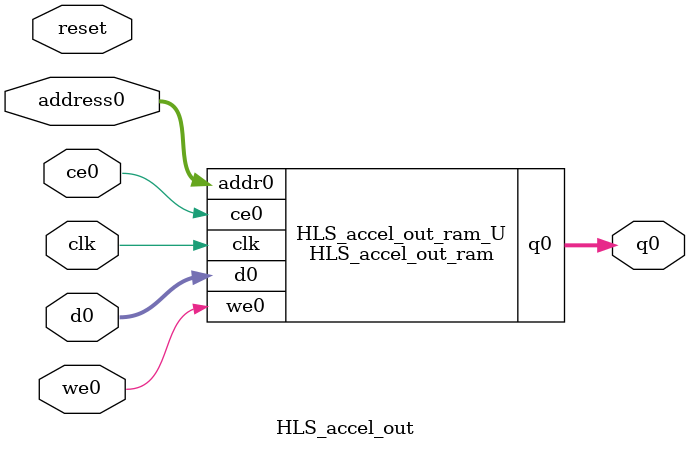
<source format=v>

`timescale 1 ns / 1 ps
module HLS_accel_out_ram (addr0, ce0, d0, we0, q0,  clk);

parameter DWIDTH = 32;
parameter AWIDTH = 10;
parameter MEM_SIZE = 1024;

input[AWIDTH-1:0] addr0;
input ce0;
input[DWIDTH-1:0] d0;
input we0;
output reg[DWIDTH-1:0] q0;
input clk;

(* ram_style = "block" *)reg [DWIDTH-1:0] ram[0:MEM_SIZE-1];




always @(posedge clk)  
begin 
    if (ce0) 
    begin
        if (we0) 
        begin 
            ram[addr0] <= d0; 
            q0 <= d0;
        end 
        else 
            q0 <= ram[addr0];
    end
end


endmodule


`timescale 1 ns / 1 ps
module HLS_accel_out(
    reset,
    clk,
    address0,
    ce0,
    we0,
    d0,
    q0);

parameter DataWidth = 32'd32;
parameter AddressRange = 32'd1024;
parameter AddressWidth = 32'd10;
input reset;
input clk;
input[AddressWidth - 1:0] address0;
input ce0;
input we0;
input[DataWidth - 1:0] d0;
output[DataWidth - 1:0] q0;



HLS_accel_out_ram HLS_accel_out_ram_U(
    .clk( clk ),
    .addr0( address0 ),
    .ce0( ce0 ),
    .d0( d0 ),
    .we0( we0 ),
    .q0( q0 ));

endmodule


</source>
